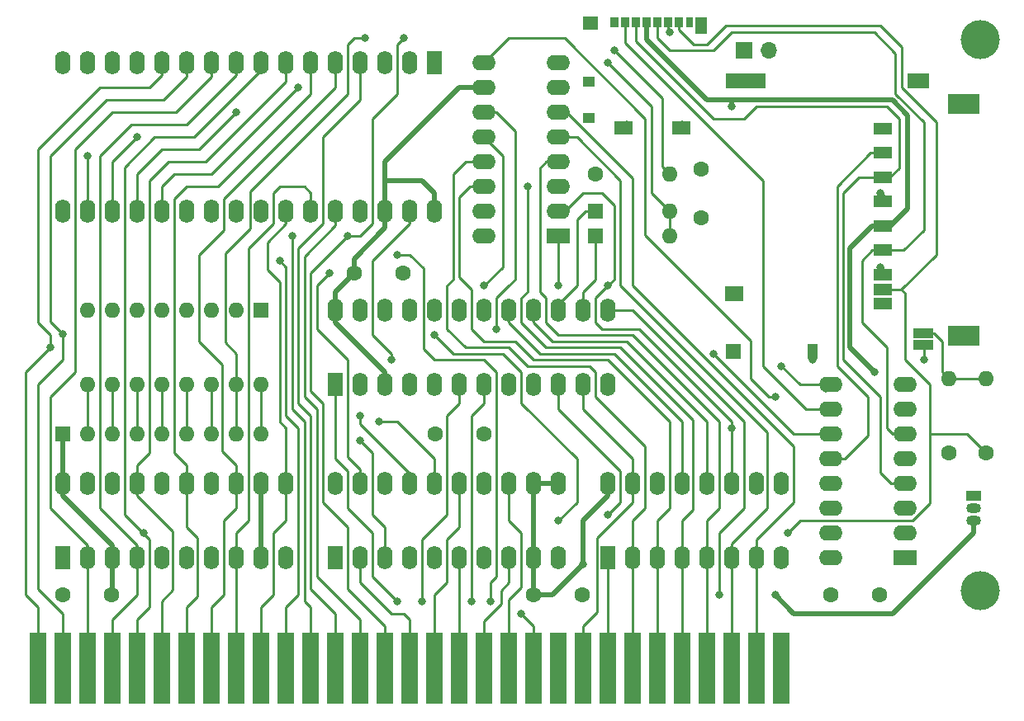
<source format=gtl>
%TF.GenerationSoftware,KiCad,Pcbnew,(5.1.9-0-10_14)*%
%TF.CreationDate,2022-05-15T13:48:24+02:00*%
%TF.ProjectId,xtsd,78747364-2e6b-4696-9361-645f70636258,rev?*%
%TF.SameCoordinates,Original*%
%TF.FileFunction,Copper,L1,Top*%
%TF.FilePolarity,Positive*%
%FSLAX46Y46*%
G04 Gerber Fmt 4.6, Leading zero omitted, Abs format (unit mm)*
G04 Created by KiCad (PCBNEW (5.1.9-0-10_14)) date 2022-05-15 13:48:24*
%MOMM*%
%LPD*%
G01*
G04 APERTURE LIST*
%TA.AperFunction,ComponentPad*%
%ADD10O,1.700000X1.700000*%
%TD*%
%TA.AperFunction,ComponentPad*%
%ADD11R,1.700000X1.700000*%
%TD*%
%TA.AperFunction,ConnectorPad*%
%ADD12R,1.780000X7.366000*%
%TD*%
%TA.AperFunction,ComponentPad*%
%ADD13O,1.600000X2.400000*%
%TD*%
%TA.AperFunction,ComponentPad*%
%ADD14R,1.600000X2.400000*%
%TD*%
%TA.AperFunction,ComponentPad*%
%ADD15C,4.000000*%
%TD*%
%TA.AperFunction,SMDPad,CuDef*%
%ADD16R,1.950000X1.200000*%
%TD*%
%TA.AperFunction,SMDPad,CuDef*%
%ADD17R,3.200000X2.100000*%
%TD*%
%TA.AperFunction,SMDPad,CuDef*%
%ADD18R,2.000000X1.000000*%
%TD*%
%TA.AperFunction,SMDPad,CuDef*%
%ADD19R,2.200000X1.550000*%
%TD*%
%TA.AperFunction,SMDPad,CuDef*%
%ADD20R,4.170000X1.550000*%
%TD*%
%TA.AperFunction,SMDPad,CuDef*%
%ADD21R,1.650000X1.500000*%
%TD*%
%TA.AperFunction,SMDPad,CuDef*%
%ADD22R,1.100000X1.500000*%
%TD*%
%TA.AperFunction,SMDPad,CuDef*%
%ADD23R,1.870000X1.600000*%
%TD*%
%TA.AperFunction,ComponentPad*%
%ADD24O,1.600000X1.600000*%
%TD*%
%TA.AperFunction,ComponentPad*%
%ADD25R,1.600000X1.600000*%
%TD*%
%TA.AperFunction,ComponentPad*%
%ADD26C,1.600000*%
%TD*%
%TA.AperFunction,ComponentPad*%
%ADD27O,2.400000X1.600000*%
%TD*%
%TA.AperFunction,ComponentPad*%
%ADD28R,2.400000X1.600000*%
%TD*%
%TA.AperFunction,ComponentPad*%
%ADD29R,1.500000X1.050000*%
%TD*%
%TA.AperFunction,ComponentPad*%
%ADD30O,1.500000X1.050000*%
%TD*%
%TA.AperFunction,SMDPad,CuDef*%
%ADD31R,0.850000X1.100000*%
%TD*%
%TA.AperFunction,SMDPad,CuDef*%
%ADD32R,0.750000X1.100000*%
%TD*%
%TA.AperFunction,SMDPad,CuDef*%
%ADD33R,1.170000X1.800000*%
%TD*%
%TA.AperFunction,SMDPad,CuDef*%
%ADD34R,1.550000X1.350000*%
%TD*%
%TA.AperFunction,SMDPad,CuDef*%
%ADD35R,1.200000X1.000000*%
%TD*%
%TA.AperFunction,SMDPad,CuDef*%
%ADD36R,1.900000X1.350000*%
%TD*%
%TA.AperFunction,ViaPad*%
%ADD37C,0.800000*%
%TD*%
%TA.AperFunction,Conductor*%
%ADD38C,0.250000*%
%TD*%
%TA.AperFunction,Conductor*%
%ADD39C,0.500000*%
%TD*%
G04 APERTURE END LIST*
D10*
X161290000Y-86360000D03*
D11*
X158750000Y-86360000D03*
D12*
X137160000Y-149733000D03*
X139700000Y-149733000D03*
X142240000Y-149733000D03*
X144780000Y-149733000D03*
X147320000Y-149733000D03*
X149860000Y-149733000D03*
X152400000Y-149733000D03*
X154940000Y-149733000D03*
X157480000Y-149733000D03*
X160020000Y-149733000D03*
X162560000Y-149733000D03*
X86360000Y-149733000D03*
X88900000Y-149733000D03*
X91440000Y-149733000D03*
X93980000Y-149733000D03*
X96520000Y-149733000D03*
X99060000Y-149733000D03*
X101600000Y-149733000D03*
X104140000Y-149733000D03*
X106680000Y-149733000D03*
X109220000Y-149733000D03*
X111760000Y-149733000D03*
X114300000Y-149733000D03*
X116840000Y-149733000D03*
X119380000Y-149733000D03*
X121920000Y-149733000D03*
X124460000Y-149733000D03*
X127000000Y-149733000D03*
X129540000Y-149733000D03*
X132080000Y-149733000D03*
X134620000Y-149733000D03*
D13*
X88900000Y-130810000D03*
X111760000Y-138430000D03*
X91440000Y-130810000D03*
X109220000Y-138430000D03*
X93980000Y-130810000D03*
X106680000Y-138430000D03*
X96520000Y-130810000D03*
X104140000Y-138430000D03*
X99060000Y-130810000D03*
X101600000Y-138430000D03*
X101600000Y-130810000D03*
X99060000Y-138430000D03*
X104140000Y-130810000D03*
X96520000Y-138430000D03*
X106680000Y-130810000D03*
X93980000Y-138430000D03*
X109220000Y-130810000D03*
X91440000Y-138430000D03*
X111760000Y-130810000D03*
D14*
X88900000Y-138430000D03*
D15*
X182956200Y-85273000D03*
X182956200Y-141788000D03*
D13*
X144780000Y-130810000D03*
X162560000Y-138430000D03*
X147320000Y-130810000D03*
X160020000Y-138430000D03*
X149860000Y-130810000D03*
X157480000Y-138430000D03*
X152400000Y-130810000D03*
X154940000Y-138430000D03*
X154940000Y-130810000D03*
X152400000Y-138430000D03*
X157480000Y-130810000D03*
X149860000Y-138430000D03*
X160020000Y-130810000D03*
X147320000Y-138430000D03*
X162560000Y-130810000D03*
D14*
X144780000Y-138430000D03*
D13*
X116840000Y-130810000D03*
X139700000Y-138430000D03*
X119380000Y-130810000D03*
X137160000Y-138430000D03*
X121920000Y-130810000D03*
X134620000Y-138430000D03*
X124460000Y-130810000D03*
X132080000Y-138430000D03*
X127000000Y-130810000D03*
X129540000Y-138430000D03*
X129540000Y-130810000D03*
X127000000Y-138430000D03*
X132080000Y-130810000D03*
X124460000Y-138430000D03*
X134620000Y-130810000D03*
X121920000Y-138430000D03*
X137160000Y-130810000D03*
X119380000Y-138430000D03*
X139700000Y-130810000D03*
D14*
X116840000Y-138430000D03*
D16*
X172995000Y-96875000D03*
X172995000Y-99375000D03*
X172995000Y-101875000D03*
X172995000Y-104375000D03*
X172995000Y-106875000D03*
X172995000Y-109375000D03*
X172995000Y-110875000D03*
X172995000Y-112375000D03*
X172995000Y-94375000D03*
D17*
X181300000Y-115650000D03*
X181300000Y-91850000D03*
D18*
X177160000Y-115370000D03*
X177160000Y-116570000D03*
D19*
X176620000Y-89445000D03*
D20*
X158885000Y-89445000D03*
D21*
X157625000Y-117220000D03*
D22*
X165790000Y-117220000D03*
D23*
X157735000Y-111350000D03*
D24*
X109220000Y-120650000D03*
X91440000Y-113030000D03*
X106680000Y-120650000D03*
X93980000Y-113030000D03*
X104140000Y-120650000D03*
X96520000Y-113030000D03*
X101600000Y-120650000D03*
X99060000Y-113030000D03*
X99060000Y-120650000D03*
X101600000Y-113030000D03*
X96520000Y-120650000D03*
X104140000Y-113030000D03*
X93980000Y-120650000D03*
X106680000Y-113030000D03*
X91440000Y-120650000D03*
D25*
X109220000Y-113030000D03*
D13*
X127000000Y-102870000D03*
X88900000Y-87630000D03*
X124460000Y-102870000D03*
X91440000Y-87630000D03*
X121920000Y-102870000D03*
X93980000Y-87630000D03*
X119380000Y-102870000D03*
X96520000Y-87630000D03*
X116840000Y-102870000D03*
X99060000Y-87630000D03*
X114300000Y-102870000D03*
X101600000Y-87630000D03*
X111760000Y-102870000D03*
X104140000Y-87630000D03*
X109220000Y-102870000D03*
X106680000Y-87630000D03*
X106680000Y-102870000D03*
X109220000Y-87630000D03*
X104140000Y-102870000D03*
X111760000Y-87630000D03*
X101600000Y-102870000D03*
X114300000Y-87630000D03*
X99060000Y-102870000D03*
X116840000Y-87630000D03*
X96520000Y-102870000D03*
X119380000Y-87630000D03*
X93980000Y-102870000D03*
X121920000Y-87630000D03*
X91440000Y-102870000D03*
X124460000Y-87630000D03*
X88900000Y-102870000D03*
D14*
X127000000Y-87630000D03*
D24*
X183515000Y-120015000D03*
D26*
X183515000Y-127635000D03*
D24*
X179705000Y-120015000D03*
D26*
X179705000Y-127635000D03*
D13*
X116840000Y-113030000D03*
X144780000Y-120650000D03*
X119380000Y-113030000D03*
X142240000Y-120650000D03*
X121920000Y-113030000D03*
X139700000Y-120650000D03*
X124460000Y-113030000D03*
X137160000Y-120650000D03*
X127000000Y-113030000D03*
X134620000Y-120650000D03*
X129540000Y-113030000D03*
X132080000Y-120650000D03*
X132080000Y-113030000D03*
X129540000Y-120650000D03*
X134620000Y-113030000D03*
X127000000Y-120650000D03*
X137160000Y-113030000D03*
X124460000Y-120650000D03*
X139700000Y-113030000D03*
X121920000Y-120650000D03*
X142240000Y-113030000D03*
X119380000Y-120650000D03*
X144780000Y-113030000D03*
D14*
X116840000Y-120650000D03*
D27*
X132080000Y-105410000D03*
X139700000Y-87630000D03*
X132080000Y-102870000D03*
X139700000Y-90170000D03*
X132080000Y-100330000D03*
X139700000Y-92710000D03*
X132080000Y-97790000D03*
X139700000Y-95250000D03*
X132080000Y-95250000D03*
X139700000Y-97790000D03*
X132080000Y-92710000D03*
X139700000Y-100330000D03*
X132080000Y-90170000D03*
X139700000Y-102870000D03*
X132080000Y-87630000D03*
D28*
X139700000Y-105410000D03*
D24*
X151130000Y-105410000D03*
D25*
X143510000Y-105410000D03*
D24*
X151130000Y-102870000D03*
D25*
X143510000Y-102870000D03*
D24*
X151130000Y-99060000D03*
D26*
X143510000Y-99060000D03*
D29*
X182245000Y-132080000D03*
D30*
X182245000Y-134620000D03*
X182245000Y-133350000D03*
D31*
X145485000Y-83450000D03*
D32*
X153135000Y-83450000D03*
D31*
X146585000Y-83450000D03*
X147685000Y-83450000D03*
X148785000Y-83450000D03*
X149885000Y-83450000D03*
X150985000Y-83450000D03*
X152085000Y-83450000D03*
D33*
X154345000Y-83800000D03*
D34*
X143025000Y-83575000D03*
D35*
X142850000Y-93300000D03*
X142850000Y-89600000D03*
D36*
X146350000Y-94275000D03*
X152320000Y-94275000D03*
D24*
X109220000Y-125730000D03*
X106680000Y-125730000D03*
X104140000Y-125730000D03*
X101600000Y-125730000D03*
X99060000Y-125730000D03*
X96520000Y-125730000D03*
X93980000Y-125730000D03*
X91440000Y-125730000D03*
D25*
X88900000Y-125730000D03*
D26*
X123745000Y-109220000D03*
X118745000Y-109220000D03*
X154305000Y-103505000D03*
X154305000Y-98505000D03*
D27*
X167640000Y-138430000D03*
X175260000Y-120650000D03*
X167640000Y-135890000D03*
X175260000Y-123190000D03*
X167640000Y-133350000D03*
X175260000Y-125730000D03*
X167640000Y-130810000D03*
X175260000Y-128270000D03*
X167640000Y-128270000D03*
X175260000Y-130810000D03*
X167640000Y-125730000D03*
X175260000Y-133350000D03*
X167640000Y-123190000D03*
X175260000Y-135890000D03*
X167640000Y-120650000D03*
D28*
X175260000Y-138430000D03*
D26*
X167640000Y-142240000D03*
X172640000Y-142240000D03*
X142160000Y-142240000D03*
X137160000Y-142240000D03*
X88900000Y-142240000D03*
X93900000Y-142240000D03*
X132080000Y-125730000D03*
X127080000Y-125730000D03*
D37*
X87630010Y-116840000D03*
X97155000Y-135890000D03*
X116205000Y-109220000D03*
X88900000Y-115479990D03*
X111125000Y-107950000D03*
X112395008Y-105409992D03*
X118110000Y-105410000D03*
X123825000Y-85090000D03*
X133350000Y-114935000D03*
X132080006Y-110490000D03*
X144780000Y-133985000D03*
X136525000Y-100330000D03*
X91440000Y-97155000D03*
X96520000Y-95250000D03*
X106680000Y-92710000D03*
X113030000Y-90170000D03*
X135890000Y-144145000D03*
X123190000Y-107315000D03*
X132715000Y-142875000D03*
X126999986Y-115570000D03*
X139700000Y-134620000D03*
X157480000Y-111125000D03*
X172720000Y-100965000D03*
X172720000Y-108585000D03*
X181610000Y-92075000D03*
X176530000Y-89535000D03*
X158750000Y-89535000D03*
X157480000Y-117475000D03*
X142875000Y-83820000D03*
X154305000Y-83820000D03*
X146685000Y-93980000D03*
X152400000Y-93980000D03*
X151130000Y-84455000D03*
X181610000Y-116205000D03*
X142240000Y-139065000D03*
X161925010Y-142240000D03*
X157480000Y-125095000D03*
X144780000Y-110490000D03*
X122555000Y-118110000D03*
X123190000Y-142875000D03*
X130810000Y-142875000D03*
X139700000Y-110490000D03*
X156210000Y-142240000D03*
X119380006Y-126365000D03*
X157480000Y-92075000D03*
X172085000Y-119380000D03*
X163195000Y-135890000D03*
X161924996Y-121920000D03*
X125730000Y-142875000D03*
X155575000Y-117475000D03*
X162560000Y-118745000D03*
X144779998Y-87630000D03*
X177165000Y-118110000D03*
X165735000Y-118110000D03*
X145415006Y-86360000D03*
X119920000Y-85090000D03*
X121285000Y-124460000D03*
X119380000Y-123825000D03*
D38*
X97790000Y-90170000D02*
X99060000Y-88900000D01*
X92710000Y-90170000D02*
X97790000Y-90170000D01*
X86360000Y-96520000D02*
X92710000Y-90170000D01*
X99060000Y-88900000D02*
X99060000Y-87630000D01*
X86360000Y-114300000D02*
X86360000Y-96520000D01*
X87630000Y-115570000D02*
X86360000Y-114300000D01*
X85090000Y-142240000D02*
X85090000Y-119380000D01*
X87630000Y-116840000D02*
X87630000Y-115570000D01*
X85090000Y-119380000D02*
X87630000Y-116840000D01*
X86360000Y-143510000D02*
X85090000Y-142240000D01*
X86360000Y-143510000D02*
X86360000Y-149860000D01*
X109220000Y-88355000D02*
X109220000Y-87630000D01*
X102325000Y-95250000D02*
X109220000Y-88355000D01*
X95250000Y-98326502D02*
X98326502Y-95250000D01*
X98326502Y-95250000D02*
X102325000Y-95250000D01*
X95250000Y-101600000D02*
X95250000Y-98326502D01*
X95250000Y-133985000D02*
X95250000Y-101403004D01*
X97790000Y-136525000D02*
X95250000Y-133985000D01*
X97790000Y-142240000D02*
X97790000Y-136525000D01*
X96520000Y-149860000D02*
X96520000Y-144780000D01*
X97790000Y-143510000D02*
X97790000Y-142240000D01*
X96520000Y-144780000D02*
X97790000Y-143510000D01*
X101600000Y-137795000D02*
X101600000Y-138430000D01*
X118110000Y-118110000D02*
X114935000Y-114935000D01*
X119380000Y-129360000D02*
X118110000Y-128090000D01*
X118110000Y-128090000D02*
X118110000Y-118110000D01*
X114935000Y-110490000D02*
X116205000Y-109220000D01*
X114935000Y-114935000D02*
X114935000Y-110490000D01*
X119380000Y-130810000D02*
X119380000Y-129360000D01*
X87630000Y-114209990D02*
X88900000Y-115479990D01*
X87630000Y-97155000D02*
X87630000Y-114209990D01*
X99240000Y-91440000D02*
X93345000Y-91440000D01*
X101600000Y-87630000D02*
X101600000Y-89080000D01*
X101600000Y-89080000D02*
X99240000Y-91440000D01*
X93345000Y-91440000D02*
X87630000Y-97155000D01*
X86360000Y-141605000D02*
X88900000Y-144145000D01*
X88900000Y-144145000D02*
X88900000Y-149860000D01*
X86360000Y-120650000D02*
X86360000Y-141605000D01*
X88900000Y-118110000D02*
X86360000Y-120650000D01*
X88900000Y-115479990D02*
X88900000Y-118110000D01*
X91440000Y-137160000D02*
X91440000Y-138430000D01*
X87630000Y-121920000D02*
X87630000Y-133350000D01*
X87630000Y-133350000D02*
X91440000Y-137160000D01*
X90170000Y-119380000D02*
X87630000Y-121920000D01*
X90170000Y-96520000D02*
X90170000Y-119380000D01*
X93980000Y-92710000D02*
X90170000Y-96520000D01*
X100510000Y-92710000D02*
X93980000Y-92710000D01*
X104140000Y-89080000D02*
X100510000Y-92710000D01*
X104140000Y-87630000D02*
X104140000Y-89080000D01*
X91440000Y-138430000D02*
X91440000Y-149860000D01*
X101600000Y-93980000D02*
X95885000Y-93980000D01*
X92710000Y-97155000D02*
X92710000Y-133350000D01*
X96520000Y-137160000D02*
X96520000Y-138430000D01*
X95885000Y-93980000D02*
X92710000Y-97155000D01*
X106680000Y-88900000D02*
X101600000Y-93980000D01*
X92710000Y-133350000D02*
X96520000Y-137160000D01*
X106680000Y-87630000D02*
X106680000Y-88900000D01*
X93980000Y-149860000D02*
X93980000Y-144780000D01*
X93980000Y-144780000D02*
X96520000Y-142240000D01*
X96520000Y-142240000D02*
X96520000Y-138430000D01*
X97790000Y-99695000D02*
X97790000Y-127635000D01*
X96520000Y-128905000D02*
X96520000Y-130810000D01*
X99695000Y-97790000D02*
X97790000Y-99695000D01*
X97790000Y-127635000D02*
X96520000Y-128905000D01*
X103506411Y-97790000D02*
X99695000Y-97790000D01*
X111760000Y-89536411D02*
X103506411Y-97790000D01*
X111760000Y-87630000D02*
X111760000Y-89536411D01*
X96520000Y-130810000D02*
X96520000Y-131445000D01*
X99060000Y-142875000D02*
X99060000Y-149860000D01*
X96520000Y-130810000D02*
X96520000Y-132080000D01*
X100185010Y-141749990D02*
X99060000Y-142875000D01*
X100185010Y-135745010D02*
X100185010Y-141749990D01*
X96520000Y-132080000D02*
X100185010Y-135745010D01*
X114300000Y-90805000D02*
X114300000Y-87630000D01*
X101600000Y-130810000D02*
X101600000Y-128905000D01*
X101600000Y-100330000D02*
X104775000Y-100330000D01*
X104775000Y-100330000D02*
X114300000Y-90805000D01*
X100330000Y-101600000D02*
X101600000Y-100330000D01*
X101600000Y-128905000D02*
X100330000Y-127635000D01*
X100330000Y-127635000D02*
X100330000Y-101600000D01*
X101600000Y-130810000D02*
X101600000Y-135255000D01*
X102725010Y-136380010D02*
X102725010Y-142384990D01*
X101600000Y-135255000D02*
X102725010Y-136380010D01*
X101600000Y-143510000D02*
X101600000Y-149860000D01*
X102725010Y-142384990D02*
X101600000Y-143510000D01*
X105410000Y-101600000D02*
X105410000Y-104774295D01*
X116840000Y-90170000D02*
X105410000Y-101600000D01*
X105410000Y-104774295D02*
X102870000Y-107314295D01*
X116840000Y-87630000D02*
X116840000Y-90170000D01*
X102870000Y-107314295D02*
X102870000Y-116205000D01*
X105265001Y-118600001D02*
X105265001Y-127490001D01*
X102870000Y-116205000D02*
X105265001Y-118600001D01*
X106680000Y-128905000D02*
X106680000Y-130810000D01*
X105265001Y-127490001D02*
X106680000Y-128905000D01*
X106680000Y-133350000D02*
X106680000Y-130810000D01*
X105410000Y-134620000D02*
X106680000Y-133350000D01*
X105410000Y-142240000D02*
X105410000Y-134620000D01*
X104140000Y-143510000D02*
X105410000Y-142240000D01*
X104140000Y-149860000D02*
X104140000Y-143510000D01*
X114300000Y-102870000D02*
X114300000Y-100965000D01*
X114300000Y-100965000D02*
X113665000Y-100330000D01*
X113665000Y-100330000D02*
X111125000Y-100330000D01*
X111125000Y-100330000D02*
X110490000Y-100965000D01*
X110490000Y-100965000D02*
X110490000Y-104140000D01*
X110490000Y-104140000D02*
X107950000Y-106680000D01*
X107950000Y-106680000D02*
X107950000Y-134620000D01*
X107950000Y-134620000D02*
X106680000Y-135890000D01*
X106680000Y-135890000D02*
X106680000Y-138430000D01*
X106680000Y-145415000D02*
X106680000Y-149860000D01*
X106680000Y-138430000D02*
X106680000Y-145415000D01*
X111760000Y-104140000D02*
X111760000Y-102870000D01*
X109855000Y-106045000D02*
X111760000Y-104140000D01*
X109855000Y-108902500D02*
X109855000Y-106045000D01*
X111125000Y-124460000D02*
X111125000Y-110172500D01*
X111760000Y-134620000D02*
X111760000Y-125095000D01*
X111760000Y-125095000D02*
X111125000Y-124460000D01*
X109220000Y-149860000D02*
X109220000Y-143510000D01*
X110490000Y-135890000D02*
X111760000Y-134620000D01*
X110490000Y-142240000D02*
X110490000Y-135890000D01*
X111125000Y-110172500D02*
X109855000Y-108902500D01*
X109220000Y-143510000D02*
X110490000Y-142240000D01*
X104140000Y-102870000D02*
X104140000Y-103270000D01*
X111760000Y-143510000D02*
X111760000Y-149860000D01*
X113030000Y-125095000D02*
X113030000Y-142240000D01*
X111125000Y-107950000D02*
X111760000Y-108585000D01*
X113030000Y-142240000D02*
X111760000Y-143510000D01*
X111760000Y-123825000D02*
X113030000Y-125095000D01*
X111760000Y-108585000D02*
X111760000Y-123825000D01*
X109220000Y-102870000D02*
X109220000Y-102235000D01*
X113665000Y-124460000D02*
X112395008Y-123190008D01*
X112395008Y-123190008D02*
X112395008Y-105409992D01*
X113665000Y-142875000D02*
X114300000Y-143510000D01*
X113665000Y-142875000D02*
X113665000Y-124460000D01*
X114300000Y-143510000D02*
X114300000Y-149860000D01*
X119380000Y-91440000D02*
X119380000Y-87630000D01*
X115570000Y-104140000D02*
X115570000Y-95250000D01*
X113030000Y-106680000D02*
X115570000Y-104140000D01*
X115570000Y-95250000D02*
X119380000Y-91440000D01*
X113030000Y-122555000D02*
X113030000Y-106680000D01*
X114300000Y-123825000D02*
X113030000Y-122555000D01*
X114300000Y-141605000D02*
X114300000Y-123825000D01*
X116840000Y-144145000D02*
X114300000Y-141605000D01*
X116840000Y-149860000D02*
X116840000Y-144145000D01*
X113665000Y-121920000D02*
X113665000Y-107495000D01*
X116840000Y-104320000D02*
X116840000Y-102870000D01*
X113665000Y-107495000D02*
X116840000Y-104320000D01*
X114935000Y-123190000D02*
X113665000Y-121920000D01*
X119380000Y-144780000D02*
X114935000Y-140335000D01*
X114935000Y-140335000D02*
X114935000Y-123190000D01*
X119380000Y-149860000D02*
X119380000Y-144780000D01*
X123190000Y-85725000D02*
X123825000Y-85090000D01*
X118110000Y-105410000D02*
X119380000Y-105410000D01*
X120650000Y-104140000D02*
X120650000Y-93345000D01*
X120650000Y-93345000D02*
X123190000Y-90805000D01*
X119380000Y-105410000D02*
X120650000Y-104140000D01*
X123190000Y-90805000D02*
X123190000Y-85725000D01*
X114300000Y-121285000D02*
X115570000Y-122555000D01*
X115570000Y-122555000D02*
X115570000Y-132715000D01*
X118110000Y-105410000D02*
X114300000Y-109220000D01*
X114300000Y-109220000D02*
X114300000Y-121285000D01*
X115570000Y-132715000D02*
X118110000Y-135255000D01*
X118110000Y-135255000D02*
X118110000Y-141605000D01*
X118110000Y-141605000D02*
X121920000Y-145415000D01*
X121920000Y-145415000D02*
X121920000Y-149860000D01*
X123825000Y-144145000D02*
X124460000Y-144780000D01*
X124460000Y-144780000D02*
X124460000Y-149860000D01*
X122555000Y-144145000D02*
X123825000Y-144145000D01*
X119380000Y-140970000D02*
X122555000Y-144145000D01*
X119380000Y-138430000D02*
X119380000Y-140970000D01*
X127000000Y-142240000D02*
X127000000Y-149860000D01*
X128270000Y-136525000D02*
X128270000Y-140970000D01*
X129540000Y-135255000D02*
X128270000Y-136525000D01*
X128270000Y-140970000D02*
X127000000Y-142240000D01*
X129540000Y-130810000D02*
X129540000Y-135255000D01*
X129540000Y-138430000D02*
X129540000Y-149860000D01*
X132080000Y-144938750D02*
X132080000Y-149860000D01*
X133826250Y-141763750D02*
X133826250Y-143192500D01*
X134620000Y-140970000D02*
X133826250Y-141763750D01*
X133826250Y-143192500D02*
X132080000Y-144938750D01*
X134620000Y-138430000D02*
X134620000Y-140970000D01*
X134620000Y-142765499D02*
X134620000Y-149860000D01*
X135890000Y-141495499D02*
X134620000Y-142765499D01*
X135890000Y-135890000D02*
X135890000Y-141495499D01*
X134620000Y-134620000D02*
X135890000Y-135890000D01*
X134620000Y-130810000D02*
X134620000Y-134620000D01*
X142240000Y-123190000D02*
X142240000Y-120650000D01*
X147320000Y-128270000D02*
X142240000Y-123190000D01*
X147320000Y-130810000D02*
X147320000Y-128270000D01*
X134620000Y-110490000D02*
X135255000Y-109855000D01*
X135255000Y-109855000D02*
X135255000Y-94615000D01*
X133350000Y-92710000D02*
X132080000Y-92710000D01*
X135255000Y-94615000D02*
X133350000Y-92710000D01*
X134620000Y-110490000D02*
X133350000Y-111760000D01*
X133350000Y-111760000D02*
X133350000Y-114935000D01*
X147320000Y-132715000D02*
X147320000Y-130810000D01*
X143654999Y-136380001D02*
X147320000Y-132715000D01*
X143654999Y-144000001D02*
X143654999Y-136380001D01*
X142240000Y-145415000D02*
X143654999Y-144000001D01*
X142240000Y-149860000D02*
X142240000Y-145415000D01*
X133985000Y-97155000D02*
X133985000Y-108585006D01*
X132080000Y-95250000D02*
X133985000Y-97155000D01*
X133985000Y-108585006D02*
X132080006Y-110490000D01*
X144780000Y-138430000D02*
X144780000Y-149860000D01*
X139700000Y-123190000D02*
X139700000Y-120650000D01*
X146050000Y-129540000D02*
X139700000Y-123190000D01*
X146050000Y-129540000D02*
X146050000Y-132715000D01*
X146050000Y-132715000D02*
X144780000Y-133985000D01*
X147320000Y-138430000D02*
X147320000Y-149860000D01*
X130175000Y-97790000D02*
X132080000Y-97790000D01*
X128905000Y-99060000D02*
X130175000Y-97790000D01*
X128270000Y-110490000D02*
X128905000Y-109855000D01*
X130175000Y-116840000D02*
X128270000Y-114935000D01*
X134620000Y-116840000D02*
X130175000Y-116840000D01*
X128905000Y-109855000D02*
X128905000Y-99060000D01*
X148590000Y-127000000D02*
X143510000Y-121920000D01*
X142918002Y-118745000D02*
X136525000Y-118745000D01*
X136525000Y-118745000D02*
X134620000Y-116840000D01*
X143510000Y-119336998D02*
X142918002Y-118745000D01*
X148590000Y-133350000D02*
X148590000Y-127000000D01*
X147320000Y-138430000D02*
X147320000Y-134620000D01*
X143510000Y-121920000D02*
X143510000Y-119336998D01*
X128270000Y-114935000D02*
X128270000Y-110490000D01*
X147320000Y-134620000D02*
X148590000Y-133350000D01*
X144780000Y-118110000D02*
X137160000Y-118110000D01*
X129540000Y-109658006D02*
X129540000Y-101420000D01*
X132080000Y-116205000D02*
X130810000Y-114935000D01*
X130810000Y-114935000D02*
X130810000Y-110928006D01*
X130630000Y-100330000D02*
X132080000Y-100330000D01*
X130810000Y-110928006D02*
X129540000Y-109658006D01*
X137160000Y-118110000D02*
X135255000Y-116205000D01*
X151130000Y-124460000D02*
X144780000Y-118110000D01*
X129540000Y-101420000D02*
X130630000Y-100330000D01*
X135255000Y-116205000D02*
X132080000Y-116205000D01*
X149860000Y-138430000D02*
X149860000Y-149860000D01*
X149860000Y-138430000D02*
X149860000Y-134620000D01*
X149860000Y-134620000D02*
X151130000Y-133350000D01*
X151130000Y-133350000D02*
X151130000Y-124460000D01*
X136525000Y-100240000D02*
X136525005Y-100239995D01*
X135890000Y-111760000D02*
X136525000Y-111125000D01*
X135890000Y-114300000D02*
X135890000Y-111760000D01*
X146050000Y-116840000D02*
X138430000Y-116840000D01*
X138430000Y-116840000D02*
X135890000Y-114300000D01*
X136525000Y-111125000D02*
X136525000Y-100240000D01*
X153525010Y-124315010D02*
X146050000Y-116840000D01*
X152400000Y-138430000D02*
X152400000Y-134620000D01*
X152400000Y-134620000D02*
X153525010Y-133494990D01*
X153525010Y-133494990D02*
X153525010Y-124315010D01*
X91440000Y-97155000D02*
X91440000Y-102870000D01*
X152400000Y-138430000D02*
X152400000Y-149860000D01*
X138430000Y-97790000D02*
X139700000Y-97790000D01*
X138430000Y-111760000D02*
X137795000Y-111125000D01*
X139700000Y-115570000D02*
X138430000Y-114300000D01*
X137795000Y-98425000D02*
X138430000Y-97790000D01*
X147320000Y-115570000D02*
X139700000Y-115570000D01*
X138430000Y-114300000D02*
X138430000Y-111760000D01*
X154940000Y-134620000D02*
X156210000Y-133350000D01*
X156210000Y-124460000D02*
X147320000Y-115570000D01*
X137795000Y-111125000D02*
X137795000Y-98425000D01*
X156210000Y-133350000D02*
X156210000Y-124460000D01*
X154940000Y-138430000D02*
X154940000Y-134620000D01*
X96520000Y-95250000D02*
X93980000Y-97790000D01*
X93980000Y-97790000D02*
X93980000Y-102870000D01*
X154940000Y-138430000D02*
X154940000Y-149860000D01*
X161145010Y-133314990D02*
X157480000Y-136980000D01*
X146050000Y-99695000D02*
X146050000Y-110490000D01*
X161145010Y-125585010D02*
X161145010Y-133314990D01*
X146050000Y-110490000D02*
X161145010Y-125585010D01*
X141605000Y-95250000D02*
X146050000Y-99695000D01*
X157480000Y-136980000D02*
X157480000Y-138430000D01*
X139700000Y-95250000D02*
X141605000Y-95250000D01*
X106680000Y-92710000D02*
X102870000Y-96520000D01*
X102870000Y-96520000D02*
X99060000Y-96520000D01*
X99060000Y-96520000D02*
X96520000Y-99060000D01*
X96520000Y-99060000D02*
X96520000Y-102870000D01*
X157480000Y-138430000D02*
X157480000Y-149860000D01*
X163830000Y-132715000D02*
X163830000Y-126997884D01*
X160020000Y-136525000D02*
X163830000Y-132715000D01*
X160020000Y-138430000D02*
X160020000Y-136525000D01*
X163830000Y-126997884D02*
X163827884Y-126997884D01*
X163827884Y-126997884D02*
X147320000Y-110490000D01*
X140574998Y-92710000D02*
X139700000Y-92710000D01*
X147320000Y-99455002D02*
X140574998Y-92710000D01*
X147320000Y-110490000D02*
X147320000Y-99455002D01*
X100330000Y-99060000D02*
X99060000Y-100330000D01*
X104140000Y-99060000D02*
X100330000Y-99060000D01*
X99060000Y-100330000D02*
X99060000Y-102870000D01*
X113030000Y-90170000D02*
X104140000Y-99060000D01*
X160020000Y-149860000D02*
X160020000Y-138430000D01*
X137160000Y-149860000D02*
X137160000Y-145415000D01*
X137160000Y-145415000D02*
X135890000Y-144145000D01*
X132080000Y-118110000D02*
X133350000Y-119380000D01*
X127000000Y-118110000D02*
X132080000Y-118110000D01*
X132715000Y-140970000D02*
X133350000Y-140335000D01*
X132715000Y-142875000D02*
X132715000Y-140970000D01*
X133350000Y-119380000D02*
X133350000Y-140335000D01*
X123190000Y-107315000D02*
X124460000Y-107315000D01*
X125874990Y-116984990D02*
X127000000Y-118110000D01*
X125874990Y-108729990D02*
X125874990Y-116984990D01*
X124460000Y-107315000D02*
X125874990Y-108729990D01*
X128904986Y-117475000D02*
X126999986Y-115570000D01*
X135890000Y-119380000D02*
X133985000Y-117475000D01*
X133985000Y-117475000D02*
X128904986Y-117475000D01*
X139700000Y-134620000D02*
X141605000Y-132715000D01*
X141605000Y-132715000D02*
X141605000Y-128270000D01*
X141605000Y-128270000D02*
X135890000Y-122555000D01*
X135890000Y-122555000D02*
X135890000Y-119380000D01*
D39*
X116840000Y-138430000D02*
X116840000Y-139065000D01*
D38*
X157705000Y-111350000D02*
X157480000Y-111125000D01*
X157735000Y-111350000D02*
X157705000Y-111350000D01*
D39*
X172995000Y-101240000D02*
X172720000Y-100965000D01*
X172995000Y-101875000D02*
X172995000Y-101240000D01*
X172995000Y-109375000D02*
X172995000Y-108860000D01*
X172995000Y-108860000D02*
X172720000Y-108585000D01*
D38*
X181385000Y-91850000D02*
X181610000Y-92075000D01*
X181300000Y-91850000D02*
X181385000Y-91850000D01*
X176620000Y-89445000D02*
X176530000Y-89535000D01*
X158840000Y-89445000D02*
X158750000Y-89535000D01*
X158885000Y-89445000D02*
X158840000Y-89445000D01*
X157625000Y-117330000D02*
X157480000Y-117475000D01*
X157625000Y-117220000D02*
X157625000Y-117330000D01*
X143025000Y-83670000D02*
X142875000Y-83820000D01*
X143025000Y-83575000D02*
X143025000Y-83670000D01*
X154325000Y-83800000D02*
X154305000Y-83820000D01*
X154345000Y-83800000D02*
X154325000Y-83800000D01*
X146390000Y-94275000D02*
X146685000Y-93980000D01*
X146350000Y-94275000D02*
X146390000Y-94275000D01*
X152320000Y-94060000D02*
X152400000Y-93980000D01*
X152320000Y-94275000D02*
X152320000Y-94060000D01*
X150985000Y-84310000D02*
X151130000Y-84455000D01*
X150985000Y-83450000D02*
X150985000Y-84310000D01*
X181300000Y-115650000D02*
X181610000Y-115960000D01*
X181610000Y-115960000D02*
X181610000Y-116205000D01*
X91440000Y-120650000D02*
X91440000Y-125730000D01*
D39*
X109220000Y-138430000D02*
X109220000Y-133350000D01*
X109220000Y-133350000D02*
X109220000Y-130810000D01*
X93980000Y-142160000D02*
X93900000Y-142240000D01*
X93980000Y-138430000D02*
X93980000Y-142160000D01*
X88900000Y-125730000D02*
X88900000Y-130810000D01*
X137160000Y-142240000D02*
X137160000Y-130810000D01*
X88900000Y-130810000D02*
X88900000Y-132080000D01*
X93980000Y-137160000D02*
X93980000Y-138430000D01*
X88900000Y-132080000D02*
X93980000Y-137160000D01*
X93900000Y-142320000D02*
X93900000Y-142240000D01*
X144780000Y-132080000D02*
X142240000Y-134620000D01*
X144780000Y-130810000D02*
X144780000Y-132080000D01*
X137160000Y-142240000D02*
X139065000Y-142240000D01*
X121920000Y-102870000D02*
X121920000Y-98425000D01*
X116840000Y-111113004D02*
X118745000Y-109208004D01*
X116840000Y-114300000D02*
X116840000Y-111113004D01*
X118745000Y-109208004D02*
X118745000Y-107745000D01*
X118745000Y-107745000D02*
X121920000Y-104570000D01*
X121920000Y-104570000D02*
X121920000Y-102870000D01*
X116840000Y-114300000D02*
X116840000Y-113030000D01*
X121920000Y-119380000D02*
X116840000Y-114300000D01*
X121920000Y-120650000D02*
X121920000Y-119380000D01*
X139700000Y-130810000D02*
X137160000Y-130810000D01*
X129540000Y-90170000D02*
X132080000Y-90170000D01*
X121920000Y-97790000D02*
X129540000Y-90170000D01*
X121920000Y-98425000D02*
X121920000Y-97790000D01*
X121920000Y-99695000D02*
X121920000Y-98425000D01*
X125730000Y-99695000D02*
X121920000Y-99695000D01*
X127000000Y-100965000D02*
X125730000Y-99695000D01*
X127000000Y-102870000D02*
X127000000Y-100965000D01*
X142240000Y-134620000D02*
X142240000Y-139065000D01*
X142240000Y-139065000D02*
X139065000Y-142240000D01*
X163830010Y-144145000D02*
X161925010Y-142240000D01*
X173990000Y-144145000D02*
X163830010Y-144145000D01*
X182245000Y-135890000D02*
X173990000Y-144145000D01*
X182245000Y-134620000D02*
X182245000Y-135890000D01*
D38*
X96520000Y-120650000D02*
X96520000Y-125730000D01*
X93980000Y-120650000D02*
X93980000Y-125730000D01*
X157480000Y-130810000D02*
X157480000Y-125095000D01*
X139065000Y-102870000D02*
X139700000Y-102870000D01*
X145415000Y-102235000D02*
X144145000Y-100965000D01*
X143510000Y-114300000D02*
X143510000Y-111760000D01*
X147955000Y-114935000D02*
X144145000Y-114935000D01*
X157480000Y-124460000D02*
X147955000Y-114935000D01*
X140335000Y-102870000D02*
X139700000Y-102870000D01*
X142240000Y-100965000D02*
X140335000Y-102870000D01*
X144145000Y-100965000D02*
X142240000Y-100965000D01*
X145415000Y-109855000D02*
X145415000Y-102235000D01*
X144145000Y-114935000D02*
X143510000Y-114300000D01*
X157480000Y-125095000D02*
X157480000Y-124460000D01*
X144780000Y-110490000D02*
X145415000Y-109855000D01*
X143510000Y-111760000D02*
X144780000Y-110490000D01*
X173990000Y-125730000D02*
X175260000Y-125730000D01*
X170815000Y-114300000D02*
X173355000Y-116840000D01*
X171890000Y-106875000D02*
X170815000Y-107950000D01*
X174281399Y-90805000D02*
X177165000Y-93688601D01*
X174281399Y-86651399D02*
X174281399Y-90805000D01*
X173355000Y-125095000D02*
X173990000Y-125730000D01*
X170815000Y-107950000D02*
X170815000Y-114300000D01*
X177165000Y-93688601D02*
X177165000Y-104775000D01*
X155575000Y-86360000D02*
X157480000Y-84455000D01*
X157480000Y-84455000D02*
X172085000Y-84455000D01*
X173355000Y-116840000D02*
X173355000Y-125095000D01*
X151130000Y-86360000D02*
X155575000Y-86360000D01*
X177165000Y-104775000D02*
X175065000Y-106875000D01*
X172085000Y-84455000D02*
X174281399Y-86651399D01*
X149885000Y-85115000D02*
X151130000Y-86360000D01*
X175065000Y-106875000D02*
X171890000Y-106875000D01*
X149885000Y-83450000D02*
X149885000Y-85115000D01*
X169090000Y-128270000D02*
X167640000Y-128270000D01*
X171450000Y-125910000D02*
X169090000Y-128270000D01*
X171450000Y-121920000D02*
X171450000Y-125910000D01*
X171730000Y-96875000D02*
X168275000Y-100330000D01*
X168275000Y-100330000D02*
X168275000Y-118745000D01*
X168275000Y-118745000D02*
X171450000Y-121920000D01*
X172020000Y-96875000D02*
X171730000Y-96875000D01*
X109220000Y-120650000D02*
X109220000Y-125730000D01*
X124460000Y-104140000D02*
X124460000Y-102870000D01*
X120650000Y-107950000D02*
X124460000Y-104140000D01*
X120650000Y-115570000D02*
X120650000Y-107950000D01*
X122555000Y-117475000D02*
X120650000Y-115570000D01*
X122555000Y-118110000D02*
X122555000Y-117475000D01*
X120650000Y-140335000D02*
X123190000Y-142875000D01*
X116840000Y-120650000D02*
X116840000Y-128270000D01*
X116840000Y-128270000D02*
X118110000Y-129540000D01*
X118110000Y-129540000D02*
X118110000Y-133350000D01*
X118110000Y-133350000D02*
X120650000Y-135890000D01*
X120650000Y-135890000D02*
X120650000Y-140335000D01*
X130810000Y-123825000D02*
X130810000Y-142875000D01*
X132080000Y-122555000D02*
X130810000Y-123825000D01*
X132080000Y-120650000D02*
X132080000Y-122555000D01*
X152400000Y-129360000D02*
X152400000Y-130810000D01*
X152400000Y-124458589D02*
X152400000Y-129360000D01*
X145416411Y-117475000D02*
X152400000Y-124458589D01*
X137795000Y-117475000D02*
X145416411Y-117475000D01*
X134620000Y-114300000D02*
X137795000Y-117475000D01*
X134620000Y-113030000D02*
X134620000Y-114300000D01*
X154940000Y-124460000D02*
X154940000Y-130810000D01*
X139065000Y-116205000D02*
X146685000Y-116205000D01*
X146685000Y-116205000D02*
X154940000Y-124460000D01*
X137160000Y-114300000D02*
X139065000Y-116205000D01*
X137160000Y-113030000D02*
X137160000Y-114300000D01*
X139700000Y-110490000D02*
X139700000Y-105410000D01*
X147320000Y-113030000D02*
X144780000Y-113030000D01*
X158750000Y-124460000D02*
X147320000Y-113030000D01*
X158750000Y-133350000D02*
X158750000Y-124460000D01*
X156210000Y-135890000D02*
X158750000Y-133350000D01*
X156210000Y-142240000D02*
X156210000Y-135890000D01*
X101600000Y-120650000D02*
X101600000Y-125730000D01*
X120650000Y-133985000D02*
X121920000Y-135255000D01*
X121920000Y-135255000D02*
X121920000Y-138430000D01*
X120650000Y-127634994D02*
X120650000Y-133985000D01*
X119380006Y-126365000D02*
X120650000Y-127634994D01*
X160655000Y-118745000D02*
X165100000Y-123190000D01*
X146585000Y-85625000D02*
X160655000Y-99695000D01*
X165100000Y-123190000D02*
X167640000Y-123190000D01*
X160655000Y-99695000D02*
X160655000Y-118745000D01*
X146585000Y-83450000D02*
X146585000Y-85625000D01*
D39*
X157480000Y-92075000D02*
X157480000Y-91440000D01*
X148785000Y-85285000D02*
X154940000Y-91440000D01*
X148785000Y-83450000D02*
X148785000Y-85285000D01*
X154940000Y-91440000D02*
X173990000Y-91440000D01*
X175549988Y-102580012D02*
X173755000Y-104375000D01*
X173755000Y-104375000D02*
X171850000Y-104375000D01*
X173990000Y-91440000D02*
X175549988Y-92999988D01*
X169545000Y-106680000D02*
X169545000Y-116840000D01*
X169545000Y-116840000D02*
X172085000Y-119380000D01*
X171850000Y-104375000D02*
X169545000Y-106680000D01*
X175549988Y-92999988D02*
X175549988Y-102580012D01*
D38*
X163195000Y-135890000D02*
X164465000Y-134620000D01*
X175981004Y-134620000D02*
X177800000Y-132801004D01*
X164465000Y-134620000D02*
X175981004Y-134620000D01*
X181610000Y-125730000D02*
X183515000Y-127635000D01*
X177800000Y-132801004D02*
X177800000Y-125730000D01*
X177800000Y-125730000D02*
X181610000Y-125730000D01*
X172995000Y-110875000D02*
X174875000Y-110875000D01*
X175260000Y-118110000D02*
X175260000Y-111260000D01*
X175260000Y-111260000D02*
X174875000Y-110875000D01*
X177800000Y-120650000D02*
X175260000Y-118110000D01*
X177800000Y-125730000D02*
X177800000Y-120650000D01*
X153560000Y-85725000D02*
X152085000Y-84250000D01*
X172720000Y-83820000D02*
X156845000Y-83820000D01*
X154940000Y-85725000D02*
X153560000Y-85725000D01*
X156845000Y-83820000D02*
X154940000Y-85725000D01*
X178435000Y-93720002D02*
X174884998Y-90170000D01*
X152085000Y-84250000D02*
X152085000Y-83450000D01*
X174884998Y-85984998D02*
X172720000Y-83820000D01*
X174884998Y-90170000D02*
X174884998Y-85984998D01*
X178435000Y-107315000D02*
X178435000Y-93720002D01*
X174875000Y-110875000D02*
X178435000Y-107315000D01*
X161290000Y-121920000D02*
X161924996Y-121920000D01*
X159385000Y-120015000D02*
X161290000Y-121920000D01*
X148590000Y-105340695D02*
X159385000Y-116135695D01*
X159385000Y-116135695D02*
X159385000Y-120015000D01*
X148590000Y-93345000D02*
X148590000Y-105340695D01*
X140335000Y-85090000D02*
X148590000Y-93345000D01*
X134620000Y-85090000D02*
X140335000Y-85090000D01*
X132080000Y-87630000D02*
X134620000Y-85090000D01*
X125730000Y-136525000D02*
X125730000Y-142875000D01*
X128270000Y-133985000D02*
X125730000Y-136525000D01*
X128270000Y-123825000D02*
X128270000Y-133985000D01*
X129540000Y-122555000D02*
X128270000Y-123825000D01*
X129540000Y-120650000D02*
X129540000Y-122555000D01*
X167640000Y-125730000D02*
X163830004Y-125730000D01*
X143510000Y-109855000D02*
X143510000Y-105410000D01*
X142240000Y-111125000D02*
X143510000Y-109855000D01*
X142240000Y-113030000D02*
X142240000Y-111125000D01*
X163830000Y-125730000D02*
X163830004Y-125730000D01*
X155575000Y-117475000D02*
X163830000Y-125730000D01*
X141605000Y-103725000D02*
X142460000Y-102870000D01*
X142460000Y-102870000D02*
X143510000Y-102870000D01*
X141605000Y-110490000D02*
X141605000Y-103725000D01*
X139700000Y-112395000D02*
X141605000Y-110490000D01*
X139700000Y-113030000D02*
X139700000Y-112395000D01*
X167005000Y-121285000D02*
X167640000Y-120650000D01*
X164465000Y-120650000D02*
X167640000Y-120650000D01*
X162560000Y-118745000D02*
X164465000Y-120650000D01*
X151130000Y-102870000D02*
X151130000Y-105410000D01*
X151130000Y-102870000D02*
X149225000Y-100965000D01*
X149225000Y-100965000D02*
X149225000Y-92075002D01*
X149225000Y-92075002D02*
X144779998Y-87630000D01*
X177165000Y-116575000D02*
X177160000Y-116570000D01*
X177165000Y-118110000D02*
X177165000Y-116575000D01*
X165790000Y-118055000D02*
X165735000Y-118110000D01*
X165790000Y-117220000D02*
X165790000Y-118055000D01*
X150330001Y-91274995D02*
X145415006Y-86360000D01*
X151130000Y-99060000D02*
X150330001Y-98260001D01*
X150330001Y-98260001D02*
X150330001Y-91274995D01*
X172720000Y-129720000D02*
X173810000Y-130810000D01*
X172720000Y-121920000D02*
X172720000Y-129720000D01*
X168910000Y-118110000D02*
X172720000Y-121920000D01*
X168910000Y-100965000D02*
X168910000Y-118110000D01*
X170500000Y-99375000D02*
X168910000Y-100965000D01*
X173675000Y-99375000D02*
X170500000Y-99375000D01*
X174625000Y-93345000D02*
X174625000Y-98425000D01*
X173355000Y-92075000D02*
X174625000Y-93345000D01*
X174625000Y-98425000D02*
X173675000Y-99375000D01*
X173810000Y-130810000D02*
X175260000Y-130810000D01*
X155575000Y-93345000D02*
X158750000Y-93345000D01*
X160020000Y-92075000D02*
X173355000Y-92075000D01*
X158750000Y-93345000D02*
X160020000Y-92075000D01*
X147685000Y-85455000D02*
X155575000Y-93345000D01*
X147685000Y-83450000D02*
X147685000Y-85455000D01*
X179705000Y-120015000D02*
X183515000Y-120015000D01*
X177160000Y-115370000D02*
X178235000Y-115370000D01*
X178235000Y-115370000D02*
X179070000Y-116205000D01*
X179070000Y-119380000D02*
X179705000Y-120015000D01*
X179070000Y-116205000D02*
X179070000Y-119380000D01*
X106680000Y-120650000D02*
X106680000Y-125730000D01*
X120015000Y-85090000D02*
X119920000Y-85090000D01*
X118745000Y-85090000D02*
X120015000Y-85090000D01*
X118110000Y-85725000D02*
X118745000Y-85090000D01*
X118110000Y-90805000D02*
X118110000Y-85725000D01*
X108094990Y-100820010D02*
X118110000Y-90805000D01*
X108094990Y-104630010D02*
X108094990Y-100820010D01*
X105554999Y-107170001D02*
X108094990Y-104630010D01*
X105554999Y-116349999D02*
X105554999Y-107170001D01*
X106680000Y-117475000D02*
X105554999Y-116349999D01*
X106680000Y-120650000D02*
X106680000Y-117475000D01*
X127000000Y-130810000D02*
X127000000Y-130175000D01*
X123190000Y-124460000D02*
X121285000Y-124460000D01*
X127000000Y-128270000D02*
X123190000Y-124460000D01*
X127000000Y-130810000D02*
X127000000Y-128270000D01*
X104140000Y-120650000D02*
X104140000Y-125730000D01*
X99060000Y-120650000D02*
X99060000Y-125730000D01*
X119380000Y-124687500D02*
X119380000Y-123825000D01*
X124460000Y-129767500D02*
X119380000Y-124687500D01*
X124460000Y-130810000D02*
X124460000Y-129767500D01*
X142850000Y-89600000D02*
X142850000Y-89560000D01*
M02*

</source>
